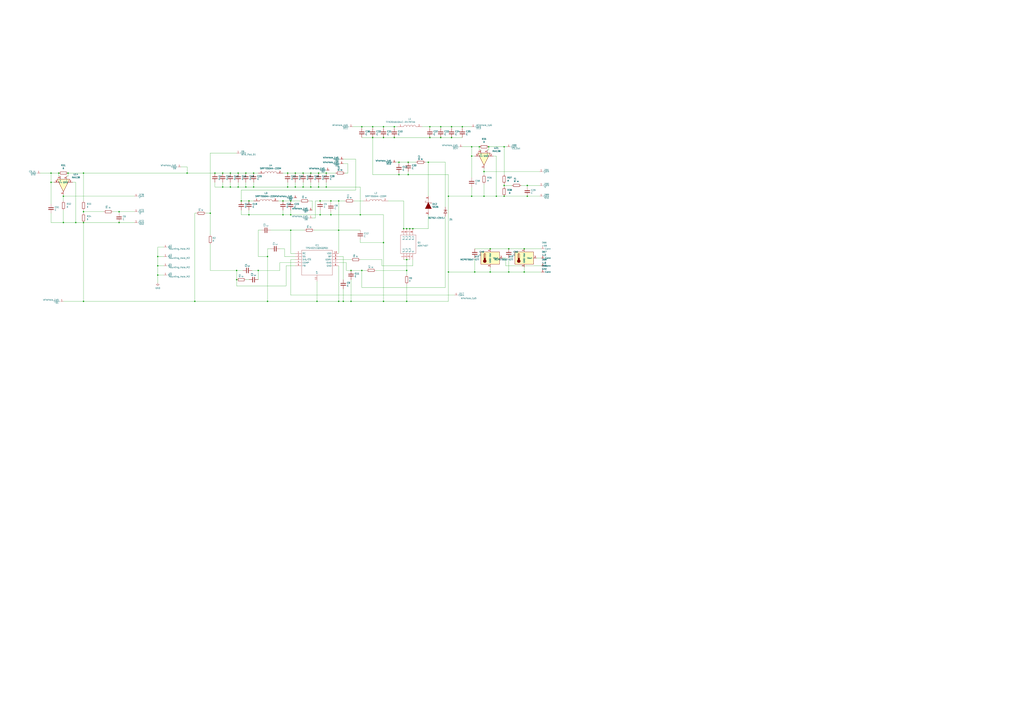
<source format=kicad_sch>
(kicad_sch (version 20230121) (generator eeschema)
  (paper "A1")
  (junction (at 232.41 176.53))
  (junction (at 370.84 104.14))
  (junction (at 278.13 247.65))
  (junction (at 370.84 113.03))
  (junction (at 62.23 182.88))
  (junction (at 204.47 165.1))
  (junction (at 219.71 247.65))
  (junction (at 368.3 223.52))
  (junction (at 295.91 176.53))
  (junction (at 361.95 113.03))
  (junction (at 368.3 161.29))
  (junction (at 129.54 226.06))
  (junction (at 68.58 182.88))
  (junction (at 288.29 247.65))
  (junction (at 414.02 152.4))
  (junction (at 204.47 176.53))
  (junction (at 417.83 204.47))
  (junction (at 387.35 161.29))
  (junction (at 212.09 222.25))
  (junction (at 334.01 213.36))
  (junction (at 314.96 104.14))
  (junction (at 397.51 161.29))
  (junction (at 55.88 142.24))
  (junction (at 353.06 113.03))
  (junction (at 201.93 153.67))
  (junction (at 414.02 161.29))
  (junction (at 48.26 142.24))
  (junction (at 271.78 176.53))
  (junction (at 267.97 142.24))
  (junction (at 262.89 176.53))
  (junction (at 255.27 153.67))
  (junction (at 387.35 120.65))
  (junction (at 278.13 189.23))
  (junction (at 288.29 222.25))
  (junction (at 52.07 161.29))
  (junction (at 248.92 153.67))
  (junction (at 176.53 142.24))
  (junction (at 331.47 187.96))
  (junction (at 361.95 104.14))
  (junction (at 334.01 187.96))
  (junction (at 389.89 223.52))
  (junction (at 430.53 223.52))
  (junction (at 189.23 153.67))
  (junction (at 195.58 153.67))
  (junction (at 339.09 187.96))
  (junction (at 219.71 210.82))
  (junction (at 97.79 173.99))
  (junction (at 271.78 165.1))
  (junction (at 393.7 120.65))
  (junction (at 129.54 218.44))
  (junction (at 379.73 104.14))
  (junction (at 182.88 142.24))
  (junction (at 208.28 153.67))
  (junction (at 336.55 187.96))
  (junction (at 153.67 142.24))
  (junction (at 255.27 142.24))
  (junction (at 407.67 161.29))
  (junction (at 182.88 153.67))
  (junction (at 236.22 153.67))
  (junction (at 306.07 104.14))
  (junction (at 297.18 222.25))
  (junction (at 195.58 142.24))
  (junction (at 261.62 142.24))
  (junction (at 335.28 133.35))
  (junction (at 433.07 152.4))
  (junction (at 327.66 133.35))
  (junction (at 194.31 222.25))
  (junction (at 52.07 182.88))
  (junction (at 402.59 204.47))
  (junction (at 323.85 104.14))
  (junction (at 433.07 161.29))
  (junction (at 201.93 142.24))
  (junction (at 242.57 142.24))
  (junction (at 323.85 113.03))
  (junction (at 314.96 199.39))
  (junction (at 262.89 165.1))
  (junction (at 194.31 229.87))
  (junction (at 314.96 113.03))
  (junction (at 248.92 142.24))
  (junction (at 236.22 142.24))
  (junction (at 261.62 153.67))
  (junction (at 397.51 140.97))
  (junction (at 335.28 143.51))
  (junction (at 238.76 165.1))
  (junction (at 172.72 175.26))
  (junction (at 281.94 247.65))
  (junction (at 401.32 120.65))
  (junction (at 297.18 104.14))
  (junction (at 198.12 165.1))
  (junction (at 414.02 120.65))
  (junction (at 353.06 104.14))
  (junction (at 97.79 182.88))
  (junction (at 41.91 142.24))
  (junction (at 327.66 143.51))
  (junction (at 189.23 142.24))
  (junction (at 68.58 247.65))
  (junction (at 387.35 128.27))
  (junction (at 232.41 165.1))
  (junction (at 238.76 176.53))
  (junction (at 41.91 149.86))
  (junction (at 68.58 142.24))
  (junction (at 351.79 133.35))
  (junction (at 242.57 153.67))
  (junction (at 334.01 222.25))
  (junction (at 417.83 223.52))
  (junction (at 160.02 247.65))
  (junction (at 238.76 189.23))
  (junction (at 314.96 247.65))
  (junction (at 129.54 210.82))
  (junction (at 278.13 165.1))
  (junction (at 402.59 223.52))
  (junction (at 267.97 153.67))
  (junction (at 260.35 247.65))
  (junction (at 306.07 113.03))
  (junction (at 334.01 247.65))
  (junction (at 68.58 173.99))
  (junction (at 208.28 142.24))
  (junction (at 430.53 204.47))
  (wire (pts (xy 314.96 247.65) (xy 288.29 247.65)))
  (wire (pts (xy 194.31 229.87) (xy 194.31 234.95)))
  (wire (pts (xy 68.58 142.24) (xy 153.67 142.24)))
  (wire (pts (xy 308.61 222.25) (xy 334.01 222.25)))
  (wire (pts (xy 433.07 152.4) (xy 433.07 153.67)))
  (wire (pts (xy 334.01 222.25) (xy 334.01 226.06)))
  (wire (pts (xy 222.25 204.47) (xy 219.71 204.47)))
  (wire (pts (xy 41.91 149.86) (xy 41.91 142.24)))
  (wire (pts (xy 387.35 128.27) (xy 387.35 120.65)))
  (wire (pts (xy 68.58 182.88) (xy 97.79 182.88)))
  (wire (pts (xy 271.78 176.53) (xy 295.91 176.53)))
  (wire (pts (xy 414.02 151.13) (xy 414.02 152.4)))
  (wire (pts (xy 281.94 229.87) (xy 281.94 210.82)))
  (wire (pts (xy 236.22 142.24) (xy 242.57 142.24)))
  (wire (pts (xy 208.28 153.67) (xy 236.22 153.67)))
  (wire (pts (xy 41.91 167.64) (xy 41.91 149.86)))
  (wire (pts (xy 393.7 123.19) (xy 393.7 120.65)))
  (wire (pts (xy 331.47 165.1) (xy 331.47 187.96)))
  (wire (pts (xy 129.54 210.82) (xy 134.62 210.82)))
  (wire (pts (xy 318.77 165.1) (xy 331.47 165.1)))
  (wire (pts (xy 208.28 149.86) (xy 208.28 153.67)))
  (wire (pts (xy 260.35 231.14) (xy 260.35 247.65)))
  (wire (pts (xy 284.48 222.25) (xy 288.29 222.25)))
  (wire (pts (xy 334.01 213.36) (xy 336.55 213.36)))
  (wire (pts (xy 297.18 222.25) (xy 297.18 236.22)))
  (wire (pts (xy 285.75 142.24) (xy 283.21 142.24)))
  (wire (pts (xy 261.62 149.86) (xy 261.62 153.67)))
  (wire (pts (xy 288.29 229.87) (xy 288.29 247.65)))
  (wire (pts (xy 233.68 204.47) (xy 233.68 210.82)))
  (wire (pts (xy 292.1 130.81) (xy 281.94 130.81)))
  (wire (pts (xy 427.99 152.4) (xy 433.07 152.4)))
  (wire (pts (xy 68.58 142.24) (xy 68.58 165.1)))
  (wire (pts (xy 351.79 133.35) (xy 351.79 161.29)))
  (wire (pts (xy 397.51 161.29) (xy 407.67 161.29)))
  (wire (pts (xy 129.54 203.2) (xy 134.62 203.2)))
  (wire (pts (xy 222.25 189.23) (xy 238.76 189.23)))
  (wire (pts (xy 281.94 210.82) (xy 278.13 210.82)))
  (wire (pts (xy 433.07 161.29) (xy 443.23 161.29)))
  (wire (pts (xy 255.27 149.86) (xy 255.27 153.67)))
  (wire (pts (xy 198.12 165.1) (xy 204.47 165.1)))
  (wire (pts (xy 306.07 143.51) (xy 327.66 143.51)))
  (wire (pts (xy 292.1 156.21) (xy 198.12 156.21)))
  (wire (pts (xy 242.57 153.67) (xy 248.92 153.67)))
  (wire (pts (xy 255.27 153.67) (xy 261.62 153.67)))
  (wire (pts (xy 232.41 172.72) (xy 232.41 176.53)))
  (wire (pts (xy 176.53 153.67) (xy 182.88 153.67)))
  (wire (pts (xy 397.51 143.51) (xy 397.51 140.97)))
  (wire (pts (xy 129.54 218.44) (xy 134.62 218.44)))
  (wire (pts (xy 306.07 113.03) (xy 306.07 143.51)))
  (wire (pts (xy 314.96 199.39) (xy 314.96 247.65)))
  (wire (pts (xy 288.29 247.65) (xy 281.94 247.65)))
  (wire (pts (xy 172.72 200.66) (xy 172.72 222.25)))
  (wire (pts (xy 97.79 173.99) (xy 97.79 175.26)))
  (wire (pts (xy 52.07 247.65) (xy 68.58 247.65)))
  (wire (pts (xy 373.38 242.57) (xy 238.76 242.57)))
  (wire (pts (xy 262.89 172.72) (xy 262.89 176.53)))
  (wire (pts (xy 397.51 140.97) (xy 443.23 140.97)))
  (wire (pts (xy 295.91 176.53) (xy 314.96 176.53)))
  (wire (pts (xy 262.89 176.53) (xy 271.78 176.53)))
  (wire (pts (xy 314.96 176.53) (xy 314.96 199.39)))
  (wire (pts (xy 387.35 153.67) (xy 387.35 161.29)))
  (wire (pts (xy 189.23 142.24) (xy 195.58 142.24)))
  (wire (pts (xy 281.94 247.65) (xy 278.13 247.65)))
  (wire (pts (xy 233.68 210.82) (xy 242.57 210.82)))
  (wire (pts (xy 242.57 149.86) (xy 242.57 153.67)))
  (wire (pts (xy 397.51 138.43) (xy 397.51 140.97)))
  (wire (pts (xy 238.76 208.28) (xy 242.57 208.28)))
  (wire (pts (xy 339.09 187.96) (xy 336.55 187.96)))
  (wire (pts (xy 402.59 204.47) (xy 417.83 204.47)))
  (wire (pts (xy 387.35 161.29) (xy 397.51 161.29)))
  (wire (pts (xy 250.19 189.23) (xy 238.76 189.23)))
  (wire (pts (xy 297.18 105.41) (xy 297.18 104.14)))
  (wire (pts (xy 195.58 153.67) (xy 201.93 153.67)))
  (wire (pts (xy 334.01 247.65) (xy 314.96 247.65)))
  (wire (pts (xy 430.53 223.52) (xy 444.5 223.52)))
  (wire (pts (xy 68.58 172.72) (xy 68.58 173.99)))
  (wire (pts (xy 219.71 210.82) (xy 219.71 247.65)))
  (wire (pts (xy 228.6 165.1) (xy 232.41 165.1)))
  (wire (pts (xy 176.53 149.86) (xy 176.53 153.67)))
  (wire (pts (xy 52.07 161.29) (xy 110.49 161.29)))
  (wire (pts (xy 198.12 176.53) (xy 204.47 176.53)))
  (wire (pts (xy 349.25 133.35) (xy 351.79 133.35)))
  (wire (pts (xy 314.96 104.14) (xy 323.85 104.14)))
  (wire (pts (xy 129.54 210.82) (xy 129.54 218.44)))
  (wire (pts (xy 153.67 142.24) (xy 176.53 142.24)))
  (wire (pts (xy 379.73 104.14) (xy 387.35 104.14)))
  (wire (pts (xy 129.54 226.06) (xy 134.62 226.06)))
  (wire (pts (xy 351.79 133.35) (xy 365.76 133.35)))
  (wire (pts (xy 238.76 213.36) (xy 242.57 213.36)))
  (wire (pts (xy 49.53 144.78) (xy 48.26 144.78)))
  (wire (pts (xy 97.79 182.88) (xy 110.49 182.88)))
  (wire (pts (xy 52.07 160.02) (xy 52.07 161.29)))
  (wire (pts (xy 92.71 173.99) (xy 97.79 173.99)))
  (wire (pts (xy 313.69 218.44) (xy 313.69 213.36)))
  (wire (pts (xy 129.54 218.44) (xy 129.54 226.06)))
  (wire (pts (xy 281.94 237.49) (xy 281.94 247.65)))
  (wire (pts (xy 353.06 104.14) (xy 353.06 105.41)))
  (wire (pts (xy 370.84 113.03) (xy 361.95 113.03)))
  (wire (pts (xy 254 165.1) (xy 256.54 165.1)))
  (wire (pts (xy 387.35 146.05) (xy 387.35 128.27)))
  (wire (pts (xy 242.57 142.24) (xy 248.92 142.24)))
  (wire (pts (xy 389.89 204.47) (xy 402.59 204.47)))
  (wire (pts (xy 195.58 142.24) (xy 201.93 142.24)))
  (wire (pts (xy 129.54 226.06) (xy 129.54 232.41)))
  (wire (pts (xy 238.76 242.57) (xy 238.76 213.36)))
  (wire (pts (xy 97.79 173.99) (xy 110.49 173.99)))
  (wire (pts (xy 194.31 222.25) (xy 194.31 229.87)))
  (wire (pts (xy 160.02 175.26) (xy 160.02 247.65)))
  (wire (pts (xy 314.96 113.03) (xy 306.07 113.03)))
  (wire (pts (xy 229.87 222.25) (xy 212.09 222.25)))
  (wire (pts (xy 365.76 133.35) (xy 365.76 170.18)))
  (wire (pts (xy 285.75 134.62) (xy 285.75 142.24)))
  (wire (pts (xy 172.72 125.73) (xy 172.72 175.26)))
  (wire (pts (xy 242.57 215.9) (xy 229.87 215.9)))
  (wire (pts (xy 168.91 175.26) (xy 172.72 175.26)))
  (wire (pts (xy 327.66 133.35) (xy 335.28 133.35)))
  (wire (pts (xy 41.91 175.26) (xy 41.91 182.88)))
  (wire (pts (xy 368.3 161.29) (xy 387.35 161.29)))
  (wire (pts (xy 204.47 165.1) (xy 208.28 165.1)))
  (wire (pts (xy 339.09 213.36) (xy 339.09 218.44)))
  (wire (pts (xy 300.99 222.25) (xy 297.18 222.25)))
  (wire (pts (xy 394.97 123.19) (xy 393.7 123.19)))
  (wire (pts (xy 229.87 204.47) (xy 233.68 204.47)))
  (wire (pts (xy 182.88 149.86) (xy 182.88 153.67)))
  (wire (pts (xy 295.91 199.39) (xy 314.96 199.39)))
  (wire (pts (xy 278.13 213.36) (xy 288.29 213.36)))
  (wire (pts (xy 361.95 105.41) (xy 361.95 104.14)))
  (wire (pts (xy 52.07 172.72) (xy 52.07 182.88)))
  (wire (pts (xy 400.05 123.19) (xy 401.32 123.19)))
  (wire (pts (xy 260.35 247.65) (xy 219.71 247.65)))
  (wire (pts (xy 68.58 173.99) (xy 85.09 173.99)))
  (wire (pts (xy 401.32 120.65) (xy 414.02 120.65)))
  (wire (pts (xy 41.91 142.24) (xy 48.26 142.24)))
  (wire (pts (xy 284.48 215.9) (xy 284.48 222.25)))
  (wire (pts (xy 256.54 179.07) (xy 259.08 179.07)))
  (wire (pts (xy 62.23 182.88) (xy 68.58 182.88)))
  (wire (pts (xy 368.3 161.29) (xy 368.3 223.52)))
  (wire (pts (xy 55.88 142.24) (xy 68.58 142.24)))
  (wire (pts (xy 440.69 212.09) (xy 444.5 212.09)))
  (wire (pts (xy 204.47 172.72) (xy 204.47 176.53)))
  (wire (pts (xy 414.02 161.29) (xy 433.07 161.29)))
  (wire (pts (xy 195.58 149.86) (xy 195.58 153.67)))
  (wire (pts (xy 401.32 123.19) (xy 401.32 120.65)))
  (wire (pts (xy 306.07 104.14) (xy 314.96 104.14)))
  (wire (pts (xy 297.18 104.14) (xy 306.07 104.14)))
  (wire (pts (xy 281.94 134.62) (xy 285.75 134.62)))
  (wire (pts (xy 129.54 203.2) (xy 129.54 210.82)))
  (wire (pts (xy 194.31 125.73) (xy 172.72 125.73)))
  (wire (pts (xy 334.01 233.68) (xy 334.01 247.65)))
  (wire (pts (xy 257.81 189.23) (xy 278.13 189.23)))
  (wire (pts (xy 278.13 165.1) (xy 283.21 165.1)))
  (wire (pts (xy 232.41 165.1) (xy 238.76 165.1)))
  (wire (pts (xy 379.73 120.65) (xy 387.35 120.65)))
  (wire (pts (xy 335.28 143.51) (xy 368.3 143.51)))
  (wire (pts (xy 407.67 128.27) (xy 407.67 161.29)))
  (wire (pts (xy 407.67 161.29) (xy 414.02 161.29)))
  (wire (pts (xy 259.08 179.07) (xy 259.08 165.1)))
  (wire (pts (xy 414.02 120.65) (xy 416.56 120.65)))
  (wire (pts (xy 379.73 113.03) (xy 370.84 113.03)))
  (wire (pts (xy 368.3 223.52) (xy 389.89 223.52)))
  (wire (pts (xy 52.07 182.88) (xy 62.23 182.88)))
  (wire (pts (xy 214.63 189.23) (xy 212.09 189.23)))
  (wire (pts (xy 198.12 172.72) (xy 198.12 176.53)))
  (wire (pts (xy 278.13 218.44) (xy 278.13 247.65)))
  (wire (pts (xy 261.62 142.24) (xy 267.97 142.24)))
  (wire (pts (xy 201.93 149.86) (xy 201.93 153.67)))
  (wire (pts (xy 41.91 182.88) (xy 52.07 182.88)))
  (wire (pts (xy 248.92 153.67) (xy 255.27 153.67)))
  (wire (pts (xy 255.27 142.24) (xy 261.62 142.24)))
  (wire (pts (xy 278.13 247.65) (xy 260.35 247.65)))
  (wire (pts (xy 68.58 173.99) (xy 68.58 175.26)))
  (wire (pts (xy 68.58 182.88) (xy 68.58 247.65)))
  (wire (pts (xy 290.83 165.1) (xy 298.45 165.1)))
  (wire (pts (xy 402.59 219.71) (xy 402.59 223.52)))
  (wire (pts (xy 334.01 213.36) (xy 334.01 222.25)))
  (wire (pts (xy 33.02 142.24) (xy 41.91 142.24)))
  (wire (pts (xy 236.22 149.86) (xy 236.22 153.67)))
  (wire (pts (xy 234.95 234.95) (xy 234.95 218.44)))
  (wire (pts (xy 176.53 142.24) (xy 182.88 142.24)))
  (wire (pts (xy 232.41 142.24) (xy 236.22 142.24)))
  (wire (pts (xy 153.67 137.16) (xy 153.67 142.24)))
  (wire (pts (xy 54.61 144.78) (xy 55.88 144.78)))
  (wire (pts (xy 389.89 223.52) (xy 402.59 223.52)))
  (wire (pts (xy 370.84 104.14) (xy 379.73 104.14)))
  (wire (pts (xy 259.08 165.1) (xy 262.89 165.1)))
  (wire (pts (xy 368.3 223.52) (xy 368.3 247.65)))
  (wire (pts (xy 335.28 133.35) (xy 341.63 133.35)))
  (wire (pts (xy 198.12 156.21) (xy 198.12 165.1)))
  (wire (pts (xy 204.47 229.87) (xy 201.93 229.87)))
  (wire (pts (xy 189.23 153.67) (xy 195.58 153.67)))
  (wire (pts (xy 212.09 229.87) (xy 212.09 222.25)))
  (wire (pts (xy 417.83 223.52) (xy 430.53 223.52)))
  (wire (pts (xy 323.85 113.03) (xy 353.06 113.03)))
  (wire (pts (xy 412.75 212.09) (xy 415.29 212.09)))
  (wire (pts (xy 182.88 142.24) (xy 189.23 142.24)))
  (wire (pts (xy 323.85 113.03) (xy 314.96 113.03)))
  (wire (pts (xy 267.97 142.24) (xy 275.59 142.24)))
  (wire (pts (xy 256.54 165.1) (xy 256.54 172.72)))
  (wire (pts (xy 415.29 218.44) (xy 444.5 218.44)))
  (wire (pts (xy 278.13 215.9) (xy 284.48 215.9)))
  (wire (pts (xy 430.53 219.71) (xy 430.53 223.52)))
  (wire (pts (xy 351.79 187.96) (xy 339.09 187.96)))
  (wire (pts (xy 351.79 176.53) (xy 351.79 187.96)))
  (wire (pts (xy 313.69 213.36) (xy 295.91 213.36)))
  (wire (pts (xy 414.02 152.4) (xy 420.37 152.4)))
  (wire (pts (xy 172.72 222.25) (xy 194.31 222.25)))
  (wire (pts (xy 327.66 143.51) (xy 335.28 143.51)))
  (wire (pts (xy 397.51 151.13) (xy 397.51 161.29)))
  (wire (pts (xy 229.87 215.9) (xy 229.87 222.25)))
  (wire (pts (xy 415.29 212.09) (xy 415.29 218.44)))
  (wire (pts (xy 278.13 165.1) (xy 278.13 189.23)))
  (wire (pts (xy 204.47 176.53) (xy 232.41 176.53)))
  (wire (pts (xy 368.3 247.65) (xy 334.01 247.65)))
  (wire (pts (xy 238.76 189.23) (xy 238.76 208.28)))
  (wire (pts (xy 339.09 218.44) (xy 313.69 218.44)))
  (wire (pts (xy 41.91 149.86) (xy 44.45 149.86)))
  (wire (pts (xy 262.89 165.1) (xy 271.78 165.1)))
  (wire (pts (xy 212.09 189.23) (xy 212.09 210.82)))
  (wire (pts (xy 368.3 143.51) (xy 368.3 161.29)))
  (wire (pts (xy 417.83 204.47) (xy 430.53 204.47)))
  (wire (pts (xy 289.56 104.14) (xy 297.18 104.14)))
  (wire (pts (xy 234.95 218.44) (xy 242.57 218.44)))
  (wire (pts (xy 323.85 104.14) (xy 323.85 105.41)))
  (wire (pts (xy 48.26 144.78) (xy 48.26 142.24)))
  (wire (pts (xy 219.71 204.47) (xy 219.71 210.82)))
  (wire (pts (xy 212.09 222.25) (xy 207.01 222.25)))
  (wire (pts (xy 182.88 153.67) (xy 189.23 153.67)))
  (wire (pts (xy 353.06 104.14) (xy 361.95 104.14)))
  (wire (pts (xy 314.96 104.14) (xy 314.96 105.41)))
  (wire (pts (xy 295.91 196.85) (xy 295.91 199.39)))
  (wire (pts (xy 331.47 187.96) (xy 334.01 187.96)))
  (wire (pts (xy 62.23 149.86) (xy 62.23 182.88)))
  (wire (pts (xy 271.78 165.1) (xy 271.78 166.37)))
  (wire (pts (xy 389.89 212.09) (xy 389.89 223.52)))
  (wire (pts (xy 414.02 152.4) (xy 414.02 153.67)))
  (wire (pts (xy 271.78 165.1) (xy 278.13 165.1)))
  (wire (pts (xy 267.97 153.67) (xy 295.91 153.67)))
  (wire (pts (xy 189.23 149.86) (xy 189.23 153.67)))
  (wire (pts (xy 271.78 173.99) (xy 271.78 176.53)))
  (wire (pts (xy 417.83 212.09) (xy 417.83 223.52)))
  (wire (pts (xy 295.91 153.67) (xy 295.91 176.53)))
  (wire (pts (xy 353.06 113.03) (xy 361.95 113.03)))
  (wire (pts (xy 414.02 120.65) (xy 414.02 143.51)))
  (wire (pts (xy 238.76 176.53) (xy 262.89 176.53)))
  (wire (pts (xy 370.84 105.41) (xy 370.84 104.14)))
  (wire (pts (xy 55.88 144.78) (xy 55.88 142.24)))
  (wire (pts (xy 325.12 133.35) (xy 327.66 133.35)))
  (wire (pts (xy 59.69 149.86) (xy 62.23 149.86)))
  (wire (pts (xy 161.29 175.26) (xy 160.02 175.26)))
  (wire (pts (xy 327.66 134.62) (xy 327.66 133.35)))
  (wire (pts (xy 52.07 165.1) (xy 52.07 161.29)))
  (wire (pts (xy 346.71 104.14) (xy 353.06 104.14)))
  (wire (pts (xy 430.53 204.47) (xy 444.5 204.47)))
  (wire (pts (xy 335.28 140.97) (xy 335.28 143.51)))
  (wire (pts (xy 68.58 247.65) (xy 160.02 247.65)))
  (wire (pts (xy 297.18 113.03) (xy 306.07 113.03)))
  (wire (pts (xy 297.18 236.22) (xy 365.76 236.22)))
  (wire (pts (xy 327.66 142.24) (xy 327.66 143.51)))
  (wire (pts (xy 361.95 104.14) (xy 370.84 104.14)))
  (wire (pts (xy 201.93 153.67) (xy 208.28 153.67)))
  (wire (pts (xy 402.59 223.52) (xy 417.83 223.52)))
  (wire (pts (xy 232.41 176.53) (xy 238.76 176.53)))
  (wire (pts (xy 323.85 104.14) (xy 326.39 104.14)))
  (wire (pts (xy 387.35 120.65) (xy 393.7 120.65)))
  (wire (pts (xy 248.92 142.24) (xy 255.27 142.24)))
  (wire (pts (xy 201.93 142.24) (xy 208.28 142.24)))
  (wire (pts (xy 365.76 177.8) (xy 365.76 236.22)))
  (wire (pts (xy 248.92 149.86) (xy 248.92 153.67)))
  (wire (pts (xy 297.18 222.25) (xy 288.29 222.25)))
  (wire (pts (xy 148.59 137.16) (xy 153.67 137.16)))
  (wire (pts (xy 334.01 187.96) (xy 336.55 187.96)))
  (wire (pts (xy 172.72 175.26) (xy 172.72 193.04)))
  (wire (pts (xy 238.76 165.1) (xy 246.38 165.1)))
  (wire (pts (xy 160.02 247.65) (xy 219.71 247.65)))
  (wire (pts (xy 194.31 234.95) (xy 234.95 234.95)))
  (wire (pts (xy 199.39 222.25) (xy 194.31 222.25)))
  (wire (pts (xy 261.62 153.67) (xy 267.97 153.67)))
  (wire (pts (xy 292.1 130.81) (xy 292.1 156.21)))
  (wire (pts (xy 405.13 128.27) (xy 407.67 128.27)))
  (wire (pts (xy 278.13 208.28) (xy 278.13 189.23)))
  (wire (pts (xy 331.47 213.36) (xy 334.01 213.36)))
  (wire (pts (xy 387.35 128.27) (xy 389.89 128.27)))
  (wire (pts (xy 267.97 149.86) (xy 267.97 153.67)))
  (wire (pts (xy 433.07 152.4) (xy 443.23 152.4)))
  (wire (pts (xy 306.07 105.41) (xy 306.07 104.14)))
  (wire (pts (xy 379.73 105.41) (xy 379.73 104.14)))
  (wire (pts (xy 278.13 189.23) (xy 295.91 189.23)))
  (wire (pts (xy 212.09 210.82) (xy 219.71 210.82)))
  (wire (pts (xy 238.76 172.72) (xy 238.76 176.53)))
  (wire (pts (xy 208.28 142.24) (xy 212.09 142.24)))
  (wire (pts (xy 236.22 153.67) (xy 242.57 153.67)))
  (symbol (lib_id "Main_PCB_001-rescue:TPS40211QDGQRQ1-TPS40211QDGQRQ1") (at 242.57 208.28 0) (unit 1)
    (property "Reference" "IC1" (at 260.35 201.549 0))
    (property "Value" "TPS40211QDGQRQ1" (at 260.35 203.8604 0))
    (property "Footprint" "libraries:SOP50P490X110-11N" (effects hide))
    (property "Datasheet" "http://www.ti.com/lit/gpn/tps40211-q1" (effects hide))
    (property "Description" "4.5V to 52V Wide Input range current mode boost controller with 260 mV reference voltage" (effects hide))
    (property "Height" "1.1" (effects hide))
    (property "Manufacturer_Name" "Texas Instruments" (effects hide))
    (property "Manufacturer_Part_Number" "TPS40211QDGQRQ1" (effects hide))
    (property "Mouser Part Number" "595-TPS40211QDGQRQ1" (effects hide))
    (property "Mouser Price/Stock" "https://www.mouser.co.uk/ProductDetail/Texas-Instruments/TPS40211QDGQRQ1?qs=XGzIaZb%2FFYKjJ5OLwHPUhQ%3D%3D" (effects hide))
    (property "Arrow Part Number" "TPS40211QDGQRQ1" (effects hide))
    (property "Arrow Price/Stock" "https://www.arrow.com/en/products/tps40211qdgqrq1/texas-instruments?region=nac" (effects hide))
  )
  (symbol (lib_id "Device:R") (at 172.72 196.85 0) (unit 1)
    (property "Reference" "R2" (at 174.498 195.6816 0) (effects (justify left)))
    (property "Value" "R" (at 174.498 197.993 0) (effects (justify left)))
    (property "Footprint" "Resistor_SMD:R_0805_2012Metric_Pad1.20x1.40mm_HandSolder" (effects hide))
  )
  (symbol (lib_id "Device:R") (at 165.1 175.26 90) (unit 1)
    (property "Reference" "R1" (at 163.9316 173.482 0) (effects (justify left)))
    (property "Value" "R" (at 166.243 173.482 0) (effects (justify left)))
    (property "Footprint" "Resistor_SMD:R_0805_2012Metric_Pad1.20x1.40mm_HandSolder" (effects hide))
  )
  (symbol (lib_id "Device:R") (at 292.1 213.36 90) (unit 1)
    (property "Reference" "R6" (at 290.9316 211.582 0) (effects (justify left)))
    (property "Value" "R" (at 293.243 211.582 0) (effects (justify left)))
    (property "Footprint" "Resistor_SMD:R_0805_2012Metric_Pad1.20x1.40mm_HandSolder" (effects hide))
  )
  (symbol (lib_id "Device:R") (at 304.8 222.25 90) (unit 1)
    (property "Reference" "R7" (at 303.6316 220.472 0) (effects (justify left)))
    (property "Value" "R" (at 305.943 220.472 0) (effects (justify left)))
    (property "Footprint" "Resistor_SMD:R_0805_2012Metric_Pad1.20x1.40mm_HandSolder" (effects hide))
  )
  (symbol (lib_id "Device:R") (at 254 189.23 90) (unit 1)
    (property "Reference" "R4" (at 252.8316 187.452 0) (effects (justify left)))
    (property "Value" "R" (at 255.143 187.452 0) (effects (justify left)))
    (property "Footprint" "Resistor_SMD:R_0805_2012Metric_Pad1.20x1.40mm_HandSolder" (effects hide))
  )
  (symbol (lib_id "Device:R") (at 334.01 229.87 0) (unit 1)
    (property "Reference" "R8" (at 335.788 228.7016 0) (effects (justify left)))
    (property "Value" "R" (at 335.788 231.013 0) (effects (justify left)))
    (property "Footprint" "Resistor_SMD:R_0805_2012Metric_Pad1.20x1.40mm_HandSolder" (effects hide))
  )
  (symbol (lib_id "Device:C") (at 208.28 229.87 90) (unit 1)
    (property "Reference" "C2" (at 207.1116 226.949 0) (effects (justify left)))
    (property "Value" "C" (at 209.423 226.949 0) (effects (justify left)))
    (property "Footprint" "Capacitor_SMD:C_0805_2012Metric_Pad1.18x1.45mm_HandSolder" (effects hide))
  )
  (symbol (lib_id "Device:R") (at 198.12 229.87 90) (unit 1)
    (property "Reference" "R3" (at 196.9516 228.092 0) (effects (justify left)))
    (property "Value" "R" (at 199.263 228.092 0) (effects (justify left)))
    (property "Footprint" "Resistor_SMD:R_0805_2012Metric_Pad1.20x1.40mm_HandSolder" (effects hide))
  )
  (symbol (lib_id "Device:C") (at 218.44 189.23 90) (unit 1)
    (property "Reference" "C3" (at 217.2716 186.309 0) (effects (justify left)))
    (property "Value" "C" (at 219.583 186.309 0) (effects (justify left)))
    (property "Footprint" "Capacitor_SMD:C_0805_2012Metric_Pad1.18x1.45mm_HandSolder" (effects hide))
  )
  (symbol (lib_id "Device:C") (at 295.91 193.04 0) (unit 1)
    (property "Reference" "C12" (at 298.831 191.8716 0) (effects (justify left)))
    (property "Value" "C" (at 298.831 194.183 0) (effects (justify left)))
    (property "Footprint" "Capacitor_SMD:C_0603_1608Metric_Pad1.08x0.95mm_HandSolder" (effects hide))
  )
  (symbol (lib_id "Device:C") (at 203.2 222.25 90) (unit 1)
    (property "Reference" "C1" (at 202.0316 219.329 0) (effects (justify left)))
    (property "Value" "C" (at 204.343 219.329 0) (effects (justify left)))
    (property "Footprint" "Capacitor_SMD:C_0805_2012Metric_Pad1.18x1.45mm_HandSolder" (effects hide))
  )
  (symbol (lib_id "Device:C") (at 226.06 204.47 90) (unit 1)
    (property "Reference" "C4" (at 224.8916 201.549 0) (effects (justify left)))
    (property "Value" "C" (at 227.203 201.549 0) (effects (justify left)))
    (property "Footprint" "Capacitor_SMD:C_0805_2012Metric_Pad1.18x1.45mm_HandSolder" (effects hide))
  )
  (symbol (lib_id "Device:C") (at 288.29 226.06 0) (unit 1)
    (property "Reference" "C11" (at 291.211 224.8916 0) (effects (justify left)))
    (property "Value" "C" (at 291.211 227.203 0) (effects (justify left)))
    (property "Footprint" "Capacitor_SMD:C_0805_2012Metric_Pad1.18x1.45mm_HandSolder" (effects hide))
  )
  (symbol (lib_id "SS36:SS36") (at 351.79 158.75 270) (unit 1)
    (property "Reference" "D12" (at 355.092 167.7416 90) (effects (justify left)))
    (property "Value" "SS36" (at 355.092 170.053 90) (effects (justify left)))
    (property "Footprint" "libraries:SODFL4626X120N" (effects hide))
    (property "Datasheet" "https://docs.rs-online.com/a290/0900766b8002669b.pdf" (effects hide))
    (property "Description" "Rectifier Diode, Schottky, 60 Volt, DO-214AB / SMC" (effects hide))
    (property "Height" "2.62" (effects hide))
    (property "Manufacturer_Name" "Vishay" (effects hide))
    (property "Manufacturer_Part_Number" "SS36" (effects hide))
  )
  (symbol (lib_id "Diode:MM3Zxx") (at 365.76 173.99 270) (unit 1)
    (property "Reference" "Z1" (at 369.062 180.4416 90) (effects (justify left)))
    (property "Value" "BZT52-C5V1J" (at 351.79 179.07 90) (effects (justify left)))
    (property "Footprint" "Diode_SMD:D_SOD-323F" (effects hide))
    (property "Datasheet" "https://diotec.com/tl_files/diotec/files/pdf/datasheets/mm3z2v4.pdf" (effects hide))
    (property "Description" "Zener Diodes BZT52-C5V1/SOD123 SOD2" (effects hide))
    (property "Height" "1.3" (effects hide))
    (property "Manufacturer_Name" "Nexperia" (effects hide))
    (property "Manufacturer_Part_Number" "BZT52-C5V1J" (effects hide))
    (property "Mouser Part Number" "N/A" (effects hide))
    (property "Mouser Price/Stock" "https://www.mouser.com/Search/Refine.aspx?Keyword=N%2FA" (effects hide))
    (property "Arrow Part Number" "BZT52-C5V1J" (effects hide))
    (property "Arrow Price/Stock" "https://www.arrow.com/en/products/bzt52-c5v1j/nexperia" (effects hide))
  )
  (symbol (lib_id "SRP7050AA-220M:SRP7050AA-220M") (at 298.45 165.1 0) (unit 1)
    (property "Reference" "L2" (at 308.61 158.75 0))
    (property "Value" "SRP7050AA-220M" (at 308.61 161.29 0))
    (property "Footprint" "libraries:INDPM5752X300N" (effects hide))
    (property "Datasheet" "https://www.bourns.com/docs/Product-Datasheets/SRP7050AA.pdf" (effects hide))
    (property "Description" "Shielded Power Inductor 22uH" (effects hide))
    (property "Height" "5" (effects hide))
    (property "Manufacturer_Name" "Bourns" (effects hide))
    (property "Manufacturer_Part_Number" "SRP7050AA-220M" (effects hide))
    (property "Mouser Part Number" "652-SRP7050AA-220M" (effects hide))
    (property "Mouser Price/Stock" "https://www.mouser.co.uk/ProductDetail/Bourns/SRP7050AA-220M?qs=CiayqK2gdcLzSCtuPAylpQ%3D%3D" (effects hide))
  )
  (symbol (lib_id "Device:C") (at 176.53 146.05 0) (unit 1)
    (property "Reference" "C7" (at 179.451 144.8816 0) (effects (justify left)))
    (property "Value" "C" (at 179.451 147.193 0) (effects (justify left)))
    (property "Footprint" "Capacitor_SMD:C_0603_1608Metric_Pad1.08x0.95mm_HandSolder" (effects hide))
  )
  (symbol (lib_id "Device:C") (at 323.85 109.22 0) (unit 1)
    (property "Reference" "C10" (at 326.771 108.0516 0) (effects (justify left)))
    (property "Value" "C" (at 326.771 110.363 0) (effects (justify left)))
    (property "Footprint" "Capacitor_SMD:C_0805_2012Metric_Pad1.18x1.45mm_HandSolder" (effects hide))
  )
  (symbol (lib_id "Connectors_for_Wire:WireHole_1p5") (at 52.07 247.65 180) (unit 1)
    (property "Reference" "D1" (at 48.26 248.9201 0) (effects (justify left)))
    (property "Value" "WireHole_1p5" (at 48.26 246.3801 0) (effects (justify left)))
    (property "Footprint" "libraries:WireHole_1p2" (effects hide))
  )
  (symbol (lib_id "Device:C") (at 248.92 146.05 0) (unit 1)
    (property "Reference" "C25" (at 251.841 144.8816 0) (effects (justify left)))
    (property "Value" "C" (at 251.841 147.193 0) (effects (justify left)))
    (property "Footprint" "Capacitor_SMD:C_0805_2012Metric_Pad1.18x1.45mm_HandSolder" (effects hide))
  )
  (symbol (lib_id "Device:C") (at 182.88 146.05 0) (unit 1)
    (property "Reference" "C14" (at 185.801 144.8816 0) (effects (justify left)))
    (property "Value" "C" (at 185.801 147.193 0) (effects (justify left)))
    (property "Footprint" "Capacitor_SMD:C_0805_2012Metric_Pad1.18x1.45mm_HandSolder" (effects hide))
  )
  (symbol (lib_id "Connectors_for_Wire:WireHole_1p5") (at 387.35 104.14 0) (mirror x) (unit 1)
    (property "Reference" "D13" (at 391.16 105.4101 0) (effects (justify left)))
    (property "Value" "WireHole_1p5" (at 391.16 102.8701 0) (effects (justify left)))
    (property "Footprint" "libraries:WireHole_1p2" (effects hide))
  )
  (symbol (lib_id "Connectors_for_Wire:WireHole_1p5") (at 444.5 204.47 0) (mirror x) (unit 1)
    (property "Reference" "D66" (at 447.04 199.39 0))
    (property "Value" "+5B" (at 447.04 201.93 0))
    (property "Footprint" "libraries:WireHole_1p2" (effects hide))
  )
  (symbol (lib_id "Device:C") (at 353.06 109.22 0) (unit 1)
    (property "Reference" "C37" (at 355.981 108.0516 0) (effects (justify left)))
    (property "Value" "C" (at 355.981 110.363 0) (effects (justify left)))
    (property "Footprint" "Capacitor_SMD:C_0805_2012Metric_Pad1.18x1.45mm_HandSolder" (effects hide))
  )
  (symbol (lib_id "Device:C") (at 204.47 168.91 0) (unit 1)
    (property "Reference" "C19" (at 207.391 167.7416 0) (effects (justify left)))
    (property "Value" "C" (at 207.391 170.053 0) (effects (justify left)))
    (property "Footprint" "Capacitor_SMD:C_0805_2012Metric_Pad1.18x1.45mm_HandSolder" (effects hide))
  )
  (symbol (lib_id "Connectors_for_Wire:Wire_Pad_01") (at 443.23 161.29 0) (unit 1)
    (property "Reference" "D89" (at 447.04 160.0199 0) (effects (justify left)))
    (property "Value" "Gnd" (at 447.04 162.5599 0) (effects (justify left)))
    (property "Footprint" "Flat_Wires_Pads:Wire_Hole_1mm" (effects hide))
  )
  (symbol (lib_id "Mounting_Holes:Mounting_Hole_M2") (at 137.16 210.82 0) (unit 1)
    (property "Reference" "U3" (at 138.43 209.5499 0) (effects (justify left)))
    (property "Value" "Mounting_Hole_M2" (at 138.43 212.0899 0) (effects (justify left)))
    (property "Footprint" "Mounting_Wuerth:Mounting_Wuerth_WA-SMST-2.7mm_H1mm_9774010951" (effects hide))
  )
  (symbol (lib_id "Device:C") (at 255.27 146.05 0) (unit 1)
    (property "Reference" "C26" (at 258.191 144.8816 0) (effects (justify left)))
    (property "Value" "C" (at 258.191 147.193 0) (effects (justify left)))
    (property "Footprint" "Capacitor_SMD:C_0805_2012Metric_Pad1.18x1.45mm_HandSolder" (effects hide))
  )
  (symbol (lib_id "Device:R") (at 397.51 147.32 180) (unit 1)
    (property "Reference" "R36" (at 400.05 146.0499 0) (effects (justify right)))
    (property "Value" "R" (at 400.05 148.5899 0) (effects (justify right)))
    (property "Footprint" "Resistor_SMD:R_0805_2012Metric_Pad1.20x1.40mm_HandSolder" (effects hide))
  )
  (symbol (lib_id "Device:C") (at 232.41 168.91 0) (unit 1)
    (property "Reference" "C21" (at 235.331 167.7416 0) (effects (justify left)))
    (property "Value" "C" (at 235.331 170.053 0) (effects (justify left)))
    (property "Footprint" "Capacitor_SMD:C_0805_2012Metric_Pad1.18x1.45mm_HandSolder" (effects hide))
  )
  (symbol (lib_id "Sensor_Temperature:MCP9700AT-ETT") (at 402.59 212.09 0) (unit 1)
    (property "Reference" "U12" (at 393.7 210.8199 0) (effects (justify right)))
    (property "Value" "MCP9700AT-ETT" (at 393.7 213.3599 0) (effects (justify right)))
    (property "Footprint" "Package_TO_SOT_SMD:SOT-23" (effects hide))
    (property "Datasheet" "http://ww1.microchip.com/downloads/en/DeviceDoc/21942e.pdf" (effects hide))
  )
  (symbol (lib_id "Connectors_for_Wire:WireHole_1p5") (at 289.56 104.14 180) (unit 1)
    (property "Reference" "D11" (at 285.75 105.4101 0) (effects (justify left)))
    (property "Value" "WireHole_1p5" (at 285.75 102.8701 0) (effects (justify left)))
    (property "Footprint" "libraries:WireHole_1p2" (effects hide))
  )
  (symbol (lib_id "Device:C") (at 201.93 146.05 0) (unit 1)
    (property "Reference" "C18" (at 204.851 144.8816 0) (effects (justify left)))
    (property "Value" "C" (at 204.851 147.193 0) (effects (justify left)))
    (property "Footprint" "Capacitor_SMD:C_0805_2012Metric_Pad1.18x1.45mm_HandSolder" (effects hide))
  )
  (symbol (lib_id "Device:C") (at 314.96 109.22 0) (unit 1)
    (property "Reference" "C31" (at 317.881 108.0516 0) (effects (justify left)))
    (property "Value" "C" (at 317.881 110.363 0) (effects (justify left)))
    (property "Footprint" "Capacitor_SMD:C_0805_2012Metric_Pad1.18x1.45mm_HandSolder" (effects hide))
  )
  (symbol (lib_id "Amplifier_Current:INA138") (at 52.07 152.4 90) (mirror x) (unit 1)
    (property "Reference" "U14" (at 62.23 143.2812 90))
    (property "Value" "INA138" (at 62.23 145.8212 90))
    (property "Footprint" "Package_TO_SOT_SMD:SOT-23-5" (effects hide))
    (property "Datasheet" "http://www.ti.com/lit/ds/symlink/ina138.pdf" (effects hide))
  )
  (symbol (lib_id "Connectors_for_Wire:Wire_Pad_01") (at 443.23 140.97 0) (unit 1)
    (property "Reference" "D91" (at 447.04 139.6999 0) (effects (justify left)))
    (property "Value" "I" (at 447.04 142.2399 0) (effects (justify left)))
    (property "Footprint" "Flat_Wires_Pads:Wire_Hole_1mm" (effects hide))
  )
  (symbol (lib_id "Connectors_for_Wire:Wire_Pad_01") (at 110.49 161.29 0) (unit 1)
    (property "Reference" "D78" (at 114.3 160.0199 0) (effects (justify left)))
    (property "Value" "I" (at 114.3 162.5599 0) (effects (justify left)))
    (property "Footprint" "Flat_Wires_Pads:Wire_Hole_1mm" (effects hide))
  )
  (symbol (lib_id "Device:C") (at 379.73 109.22 0) (unit 1)
    (property "Reference" "C35" (at 382.651 108.0516 0) (effects (justify left)))
    (property "Value" "C" (at 382.651 110.363 0) (effects (justify left)))
    (property "Footprint" "Capacitor_SMD:C_0805_2012Metric_Pad1.18x1.45mm_HandSolder" (effects hide))
  )
  (symbol (lib_id "Device:C") (at 361.95 109.22 0) (unit 1)
    (property "Reference" "C33" (at 364.871 108.0516 0) (effects (justify left)))
    (property "Value" "C" (at 364.871 110.363 0) (effects (justify left)))
    (property "Footprint" "Capacitor_SMD:C_0805_2012Metric_Pad1.18x1.45mm_HandSolder" (effects hide))
  )
  (symbol (lib_id "Connectors_for_Wire:WireHole_1p5") (at 444.5 218.44 0) (mirror x) (unit 1)
    (property "Reference" "D68" (at 447.04 213.36 0))
    (property "Value" "t_Q" (at 447.04 215.9 0))
    (property "Footprint" "libraries:WireHole_1p2" (effects hide))
  )
  (symbol (lib_id "Device:C") (at 261.62 146.05 0) (unit 1)
    (property "Reference" "C27" (at 264.541 144.8816 0) (effects (justify left)))
    (property "Value" "C" (at 264.541 147.193 0) (effects (justify left)))
    (property "Footprint" "Capacitor_SMD:C_0805_2012Metric_Pad1.18x1.45mm_HandSolder" (effects hide))
  )
  (symbol (lib_id "Device:R") (at 68.58 168.91 180) (unit 1)
    (property "Reference" "R33" (at 71.12 167.6399 0) (effects (justify right)))
    (property "Value" "R" (at 71.12 170.1799 0) (effects (justify right)))
    (property "Footprint" "Resistor_SMD:R_0805_2012Metric_Pad1.20x1.40mm_HandSolder" (effects hide))
  )
  (symbol (lib_id "Connectors_for_Wire:WireHole_1p5") (at 256.54 172.72 180) (unit 1)
    (property "Reference" "D7" (at 252.73 173.9901 0) (effects (justify left)))
    (property "Value" "WireHole_1p5" (at 252.73 171.4501 0) (effects (justify left)))
    (property "Footprint" "libraries:WireHole_1p2" (effects hide))
  )
  (symbol (lib_id "Device:C") (at 238.76 168.91 0) (unit 1)
    (property "Reference" "C23" (at 241.681 167.7416 0) (effects (justify left)))
    (property "Value" "C" (at 241.681 170.053 0) (effects (justify left)))
    (property "Footprint" "Capacitor_SMD:C_0805_2012Metric_Pad1.18x1.45mm_HandSolder" (effects hide))
  )
  (symbol (lib_id "Mounting_Holes:Mounting_Hole_M2") (at 137.16 226.06 0) (unit 1)
    (property "Reference" "U5" (at 138.43 224.7899 0) (effects (justify left)))
    (property "Value" "Mounting_Hole_M2" (at 138.43 227.3299 0) (effects (justify left)))
    (property "Footprint" "Mounting_Wuerth:Mounting_Wuerth_WA-SMST-2.7mm_H1mm_9774010951" (effects hide))
  )
  (symbol (lib_id "Connectors_for_Wire:Wire_Pad_01") (at 110.49 173.99 0) (unit 1)
    (property "Reference" "D73" (at 114.3 172.7199 0) (effects (justify left)))
    (property "Value" "U" (at 114.3 175.2599 0) (effects (justify left)))
    (property "Footprint" "Flat_Wires_Pads:Wire_Hole_1mm" (effects hide))
  )
  (symbol (lib_id "Device:C") (at 271.78 170.18 0) (unit 1)
    (property "Reference" "C8" (at 274.701 169.0116 0) (effects (justify left)))
    (property "Value" "C" (at 274.701 171.323 0) (effects (justify left)))
    (property "Footprint" "Capacitor_SMD:C_0805_2012Metric_Pad1.18x1.45mm_HandSolder" (effects hide))
  )
  (symbol (lib_id "Device:C") (at 297.18 109.22 0) (unit 1)
    (property "Reference" "C36" (at 300.101 108.0516 0) (effects (justify left)))
    (property "Value" "C" (at 300.101 110.363 0) (effects (justify left)))
    (property "Footprint" "Capacitor_SMD:C_0805_2012Metric_Pad1.18x1.45mm_HandSolder" (effects hide))
  )
  (symbol (lib_id "Mounting_Holes:Mounting_Hole_M2") (at 137.16 203.2 0) (unit 1)
    (property "Reference" "U2" (at 138.43 201.9299 0) (effects (justify left)))
    (property "Value" "Mounting_Hole_M2" (at 138.43 204.4699 0) (effects (justify left)))
    (property "Footprint" "Mounting_Wuerth:Mounting_Wuerth_WA-SMST-2.7mm_H1mm_9774010951" (effects hide))
  )
  (symbol (lib_id "Device:C") (at 236.22 146.05 0) (unit 1)
    (property "Reference" "C22" (at 239.141 144.8816 0) (effects (justify left)))
    (property "Value" "C" (at 239.141 147.193 0) (effects (justify left)))
    (property "Footprint" "Capacitor_SMD:C_0805_2012Metric_Pad1.18x1.45mm_HandSolder" (effects hide))
  )
  (symbol (lib_id "Device:R") (at 52.07 142.24 90) (unit 1)
    (property "Reference" "R31" (at 52.07 135.89 90))
    (property "Value" "R" (at 52.07 138.43 90))
    (property "Footprint" "Resistor_SMD:R_0805_2012Metric_Pad1.20x1.40mm_HandSolder" (effects hide))
  )
  (symbol (lib_id "Device:C") (at 262.89 168.91 0) (unit 1)
    (property "Reference" "C5" (at 265.811 167.7416 0) (effects (justify left)))
    (property "Value" "C" (at 265.811 170.053 0) (effects (justify left)))
    (property "Footprint" "Capacitor_SMD:C_0805_2012Metric_Pad1.18x1.45mm_HandSolder" (effects hide))
  )
  (symbol (lib_id "Connectors_for_Wire:Wire_Pad_01") (at 443.23 152.4 0) (unit 1)
    (property "Reference" "D90" (at 447.04 151.1299 0) (effects (justify left)))
    (property "Value" "U" (at 447.04 153.6699 0) (effects (justify left)))
    (property "Footprint" "Flat_Wires_Pads:Wire_Hole_1mm" (effects hide))
  )
  (symbol (lib_id "Connectors_for_Wire:Wire_Pad_01") (at 110.49 182.88 0) (unit 1)
    (property "Reference" "D72" (at 114.3 181.6099 0) (effects (justify left)))
    (property "Value" "Gnd" (at 114.3 184.1499 0) (effects (justify left)))
    (property "Footprint" "Flat_Wires_Pads:Wire_Hole_1mm" (effects hide))
  )
  (symbol (lib_id "Device:R") (at 287.02 165.1 90) (unit 1)
    (property "Reference" "R11" (at 285.8516 163.322 0) (effects (justify left)))
    (property "Value" "R" (at 288.163 163.322 0) (effects (justify left)))
    (property "Footprint" "Resistor_SMD:R_0805_2012Metric_Pad1.20x1.40mm_HandSolder" (effects hide))
  )
  (symbol (lib_id "Sensor_Temperature:MCP9700AT-ETT") (at 430.53 212.09 0) (unit 1)
    (property "Reference" "U13" (at 421.64 210.8199 0) (effects (justify right)))
    (property "Value" "MCP9700AT-ETT" (at 421.64 213.3599 0) (effects (justify right)))
    (property "Footprint" "Package_TO_SOT_SMD:SOT-23" (effects hide))
    (property "Datasheet" "http://ww1.microchip.com/downloads/en/DeviceDoc/21942e.pdf" (effects hide))
  )
  (symbol (lib_id "Device:C") (at 433.07 157.48 0) (unit 1)
    (property "Reference" "C29" (at 435.991 156.3116 0) (effects (justify left)))
    (property "Value" "C" (at 435.991 158.623 0) (effects (justify left)))
    (property "Footprint" "Capacitor_SMD:C_0805_2012Metric_Pad1.18x1.45mm_HandSolder" (effects hide))
  )
  (symbol (lib_id "Device:R") (at 250.19 165.1 90) (unit 1)
    (property "Reference" "R9" (at 249.0216 163.322 0) (effects (justify left)))
    (property "Value" "R" (at 251.333 163.322 0) (effects (justify left)))
    (property "Footprint" "Resistor_SMD:R_0805_2012Metric_Pad1.20x1.40mm_HandSolder" (effects hide))
  )
  (symbol (lib_id "Device:C") (at 327.66 138.43 0) (unit 1)
    (property "Reference" "C13" (at 330.581 137.2616 0) (effects (justify left)))
    (property "Value" "C" (at 330.581 139.573 0) (effects (justify left)))
    (property "Footprint" "Capacitor_SMD:C_1206_3216Metric_Pad1.33x1.80mm_HandSolder" (effects hide))
  )
  (symbol (lib_id "Connectors_for_Wire:WireHole_1p5") (at 373.38 242.57 0) (unit 1)
    (property "Reference" "D17" (at 377.19 241.2999 0) (effects (justify left)))
    (property "Value" "WireHole_1p5" (at 378.46 245.11 0) (effects (justify left)))
    (property "Footprint" "libraries:WireHole_1p2" (effects hide))
  )
  (symbol (lib_id "Connectors_for_Wire:WireHole_1p5") (at 256.54 179.07 180) (unit 1)
    (property "Reference" "D8" (at 252.73 180.3401 0) (effects (justify left)))
    (property "Value" "WireHole_1p5" (at 252.73 177.8001 0) (effects (justify left)))
    (property "Footprint" "libraries:WireHole_1p2" (effects hide))
  )
  (symbol (lib_id "Device:C") (at 97.79 179.07 0) (unit 1)
    (property "Reference" "C6" (at 100.711 177.9016 0) (effects (justify left)))
    (property "Value" "C" (at 100.711 180.213 0) (effects (justify left)))
    (property "Footprint" "Capacitor_SMD:C_0805_2012Metric_Pad1.18x1.45mm_HandSolder" (effects hide))
  )
  (symbol (lib_id "Device:C") (at 208.28 146.05 0) (unit 1)
    (property "Reference" "C20" (at 211.201 144.8816 0) (effects (justify left)))
    (property "Value" "C" (at 211.201 147.193 0) (effects (justify left)))
    (property "Footprint" "Capacitor_SMD:C_0805_2012Metric_Pad1.18x1.45mm_HandSolder" (effects hide))
  )
  (symbol (lib_id "Device:R") (at 424.18 152.4 270) (unit 1)
    (property "Reference" "R13" (at 422.9099 149.86 0) (effects (justify right)))
    (property "Value" "R" (at 425.45 149.86 0) (effects (justify right)))
    (property "Footprint" "Resistor_SMD:R_0805_2012Metric_Pad1.20x1.40mm_HandSolder" (effects hide))
  )
  (symbol (lib_id "Connectors_for_Wire:WireHole_1p5") (at 281.94 134.62 180) (unit 1)
    (property "Reference" "D3" (at 278.13 135.8901 0) (effects (justify left)))
    (property "Value" "WireHole_1p5" (at 278.13 133.3501 0) (effects (justify left)))
    (property "Footprint" "libraries:WireHole_1p2" (effects hide))
  )
  (symbol (lib_id "Device:R") (at 88.9 173.99 270) (unit 1)
    (property "Reference" "R5" (at 87.6299 171.45 0) (effects (justify right)))
    (property "Value" "R" (at 90.17 171.45 0) (effects (justify right)))
    (property "Footprint" "Resistor_SMD:R_0805_2012Metric_Pad1.20x1.40mm_HandSolder" (effects hide))
  )
  (symbol (lib_id "Device:C") (at 389.89 208.28 0) (unit 1)
    (property "Reference" "C49" (at 393.7 207.0099 0) (effects (justify left)))
    (property "Value" "C" (at 393.7 209.5499 0) (effects (justify left)))
    (property "Footprint" "Capacitor_SMD:C_0805_2012Metric_Pad1.18x1.45mm_HandSolder" (effects hide))
  )
  (symbol (lib_id "Device:R") (at 414.02 147.32 180) (unit 1)
    (property "Reference" "R37" (at 416.56 146.0499 0) (effects (justify right)))
    (property "Value" "R" (at 416.56 148.5899 0) (effects (justify right)))
    (property "Footprint" "Resistor_SMD:R_0805_2012Metric_Pad1.20x1.40mm_HandSolder" (effects hide))
  )
  (symbol (lib_id "Device:R") (at 68.58 179.07 180) (unit 1)
    (property "Reference" "R34" (at 71.12 177.7999 0) (effects (justify right)))
    (property "Value" "R" (at 71.12 180.3399 0) (effects (justify right)))
    (property "Footprint" "Resistor_SMD:R_0805_2012Metric_Pad1.20x1.40mm_HandSolder" (effects hide))
  )
  (symbol (lib_id "Connectors_for_Wire:WireHole_1p5") (at 270.51 139.7 180) (unit 1)
    (property "Reference" "D2" (at 266.7 140.9701 0) (effects (justify left)))
    (property "Value" "WireHole_1p5" (at 266.7 138.4301 0) (effects (justify left)))
    (property "Footprint" "libraries:WireHole_1p2" (effects hide))
  )
  (symbol (lib_id "Device:C") (at 417.83 208.28 0) (unit 1)
    (property "Reference" "C50" (at 421.64 207.0099 0) (effects (justify left)))
    (property "Value" "C" (at 421.64 209.5499 0) (effects (justify left)))
    (property "Footprint" "Capacitor_SMD:C_0805_2012Metric_Pad1.18x1.45mm_HandSolder" (effects hide))
  )
  (symbol (lib_id "Device:R") (at 52.07 168.91 180) (unit 1)
    (property "Reference" "R32" (at 54.61 167.6399 0) (effects (justify right)))
    (property "Value" "R" (at 54.61 170.1799 0) (effects (justify right)))
    (property "Footprint" "Resistor_SMD:R_0805_2012Metric_Pad1.20x1.40mm_HandSolder" (effects hide))
  )
  (symbol (lib_id "Device:C") (at 189.23 146.05 0) (unit 1)
    (property "Reference" "C15" (at 192.151 144.8816 0) (effects (justify left)))
    (property "Value" "C" (at 192.151 147.193 0) (effects (justify left)))
    (property "Footprint" "Capacitor_SMD:C_0805_2012Metric_Pad1.18x1.45mm_HandSolder" (effects hide))
  )
  (symbol (lib_id "Amplifier_Current:INA138") (at 397.51 130.81 90) (mirror x) (unit 1)
    (property "Reference" "U21" (at 407.67 121.6912 90))
    (property "Value" "INA138" (at 407.67 124.2312 90))
    (property "Footprint" "Package_TO_SOT_SMD:SOT-23-5" (effects hide))
    (property "Datasheet" "http://www.ti.com/lit/ds/symlink/ina138.pdf" (effects hide))
  )
  (symbol (lib_id "Connectors_for_Wire:WireHole_1p5") (at 379.73 120.65 180) (unit 1)
    (property "Reference" "D14" (at 375.92 121.9201 0) (effects (justify left)))
    (property "Value" "WireHole_1p5" (at 375.92 119.3801 0) (effects (justify left)))
    (property "Footprint" "libraries:WireHole_1p2" (effects hide))
  )
  (symbol (lib_id "Device:C") (at 387.35 149.86 0) (unit 1)
    (property "Reference" "C58" (at 390.271 148.6916 0) (effects (justify left)))
    (property "Value" "C" (at 390.271 151.003 0) (effects (justify left)))
    (property "Footprint" "Capacitor_SMD:C_0805_2012Metric_Pad1.18x1.45mm_HandSolder" (effects hide))
  )
  (symbol (lib_id "Connectors_for_Wire:WireHole_1p5") (at 325.12 133.35 180) (unit 1)
    (property "Reference" "D10" (at 321.31 134.6201 0) (effects (justify left)))
    (property "Value" "WireHole_1p5" (at 321.31 132.0801 0) (effects (justify left)))
    (property "Footprint" "libraries:WireHole_1p2" (effects hide))
  )
  (symbol (lib_id "Connectors_for_Wire:WireHole_1p5") (at 281.94 130.81 180) (unit 1)
    (property "Reference" "D4" (at 278.13 132.0801 0) (effects (justify left)))
    (property "Value" "WireHole_1p5" (at 278.13 129.5401 0) (effects (justify left)))
    (property "Footprint" "libraries:WireHole_1p2" (effects hide))
  )
  (symbol (lib_id "Device:C") (at 198.12 168.91 0) (unit 1)
    (property "Reference" "C17" (at 201.041 167.7416 0) (effects (justify left)))
    (property "Value" "C" (at 201.041 170.053 0) (effects (justify left)))
    (property "Footprint" "Capacitor_SMD:C_0805_2012Metric_Pad1.18x1.45mm_HandSolder" (effects hide))
  )
  (symbol (lib_id "Connectors_for_Wire:WireHole_1p5") (at 148.59 137.16 180) (unit 1)
    (property "Reference" "D9" (at 144.78 138.4301 0) (effects (justify left)))
    (property "Value" "WireHole_1p5" (at 144.78 135.8901 0) (effects (justify left)))
    (property "Footprint" "libraries:WireHole_1p2" (effects hide))
  )
  (symbol (lib_id "TFM201610ALC-R47MTAA:TFM201610ALC-R47MTAA") (at 326.39 104.14 0) (unit 1)
    (property "Reference" "L1" (at 336.55 97.79 0))
    (property "Value" "TFM201610ALC-R47MTAA" (at 328.93 100.33 0))
    (property "Footprint" "libraries:INDC2016X80N" (effects hide))
    (property "Datasheet" "https://datasheet.datasheetarchive.com/originals/distributors/DKDS41/DSANUWW0039576.pdf" (effects hide))
    (property "Description" "Inductors for Power Circuits, for Consumer, Thin Film Metal, TFM201610ALC ,-40 to +125" (effects hide))
    (property "Height" "0.8" (effects hide))
    (property "Manufacturer_Name" "TDK" (effects hide))
    (property "Manufacturer_Part_Number" "TFM201610ALC-R47MTAA" (effects hide))
    (property "Mouser Part Number" "810-TFM201610ALCR47M" (effects hide))
    (property "Mouser Price/Stock" "https://www.mouser.co.uk/ProductDetail/TDK/TFM201610ALC-R47MTAA?qs=MLItCLRbWsy9rkE7tyNMeg%3D%3D" (effects hide))
    (property "Arrow Part Number" "TFM201610ALC-R47MTAA" (effects hide))
    (property "Arrow Price/Stock" "https://www.arrow.com/en/products/tfm201610alc-r47mtaa/tdk" (effects hide))
  )
  (symbol (lib_id "Device:R") (at 414.02 157.48 180) (unit 1)
    (property "Reference" "R38" (at 416.56 156.2099 0) (effects (justify right)))
    (property "Value" "R" (at 417.83 158.75 0) (effects (justify right)))
    (property "Footprint" "Resistor_SMD:R_0805_2012Metric_Pad1.20x1.40mm_HandSolder" (effects hide))
  )
  (symbol (lib_id "Connectors_for_Wire:WireHole_1p5") (at 444.5 223.52 0) (mirror x) (unit 1)
    (property "Reference" "D69" (at 447.04 218.44 0))
    (property "Value" "Gnd" (at 447.04 220.98 0))
    (property "Footprint" "libraries:WireHole_1p2" (effects hide))
  )
  (symbol (lib_id "Mounting_Holes:Mounting_Hole_M2") (at 137.16 218.44 0) (unit 1)
    (property "Reference" "U4" (at 138.43 217.1699 0) (effects (justify left)))
    (property "Value" "Mounting_Hole_M2" (at 138.43 219.7099 0) (effects (justify left)))
    (property "Footprint" "Mounting_Wuerth:Mounting_Wuerth_WA-SMST-2.7mm_H1mm_9774010951" (effects hide))
  )
  (symbol (lib_id "Device:C") (at 281.94 233.68 0) (unit 1)
    (property "Reference" "C9" (at 284.861 232.5116 0) (effects (justify left)))
    (property "Value" "C" (at 284.861 234.823 0) (effects (justify left)))
    (property "Footprint" "Capacitor_SMD:C_0805_2012Metric_Pad1.18x1.45mm_HandSolder" (effects hide))
  )
  (symbol (lib_id "Device:C") (at 41.91 171.45 0) (unit 1)
    (property "Reference" "C51" (at 44.831 170.2816 0) (effects (justify left)))
    (property "Value" "C" (at 44.831 172.593 0) (effects (justify left)))
    (property "Footprint" "Capacitor_SMD:C_0805_2012Metric_Pad1.18x1.45mm_HandSolder" (effects hide))
  )
  (symbol (lib_id "power:GND") (at 129.54 232.41 0) (unit 1)
    (property "Reference" "#PWR03" (effects hide))
    (property "Value" "GND" (at 129.667 236.8042 0))
  )
  (symbol (lib_id "Connectors_for_Wire:WireHole_1p5") (at 243.84 162.56 180) (unit 1)
    (property "Reference" "D5" (at 240.03 163.8301 0) (effects (justify left)))
    (property "Value" "WireHole_1p5" (at 240.03 161.2901 0) (effects (justify left)))
    (property "Footprint" "libraries:WireHole_1p2" (effects hide))
  )
  (symbol (lib_id "Connectors_for_Wire:Wire_Pad_01") (at 33.02 142.24 180) (unit 1)
    (property "Reference" "D70" (at 29.21 143.5101 0) (effects (justify left)))
    (property "Value" "CS_In" (at 29.21 140.9701 0) (effects (justify left)))
    (property "Footprint" "Flat_Wires_Pads:Wire_Hole_1mm" (effects hide))
  )
  (symbol (lib_id "Device:C") (at 242.57 146.05 0) (unit 1)
    (property "Reference" "C24" (at 245.491 144.8816 0) (effects (justify left)))
    (property "Value" "C" (at 245.491 147.193 0) (effects (justify left)))
    (property "Footprint" "Capacitor_SMD:C_0805_2012Metric_Pad1.18x1.45mm_HandSolder" (effects hide))
  )
  (symbol (lib_id "Connectors_for_Wire:Wire_Pad_01") (at 416.56 120.65 0) (unit 1)
    (property "Reference" "D88" (at 420.37 119.3799 0) (effects (justify left)))
    (property "Value" "CS_Out" (at 420.37 121.9199 0) (effects (justify left)))
    (property "Footprint" "Flat_Wires_Pads:Wire_Hole_1mm" (effects hide))
  )
  (symbol (lib_id "Device:C") (at 195.58 146.05 0) (unit 1)
    (property "Reference" "C16" (at 198.501 144.8816 0) (effects (justify left)))
    (property "Value" "C" (at 198.501 147.193 0) (effects (justify left)))
    (property "Footprint" "Capacitor_SMD:C_0805_2012Metric_Pad1.18x1.45mm_HandSolder" (effects hide))
  )
  (symbol (lib_id "Device:C") (at 335.28 137.16 0) (unit 1)
    (property "Reference" "C30" (at 338.201 135.9916 0) (effects (justify left)))
    (property "Value" "C" (at 338.201 138.303 0) (effects (justify left)))
    (property "Footprint" "Capacitor_SMD:C_0805_2012Metric_Pad1.18x1.45mm_HandSolder" (effects hide))
  )
  (symbol (lib_id "Device:R") (at 397.51 120.65 90) (unit 1)
    (property "Reference" "R35" (at 397.51 114.3 90))
    (property "Value" "R" (at 397.51 116.84 90))
    (property "Footprint" "Resistor_SMD:R_0805_2012Metric_Pad1.20x1.40mm_HandSolder" (effects hide))
  )
  (symbol (lib_id "Device:R") (at 345.44 133.35 90) (unit 1)
    (property "Reference" "R12" (at 344.2716 131.572 0) (effects (justify left)))
    (property "Value" "R" (at 346.583 131.572 0) (effects (justify left)))
    (property "Footprint" "Resistor_SMD:R_0805_2012Metric_Pad1.20x1.40mm_HandSolder" (effects hide))
  )
  (symbol (lib_id "Connectors_for_Wire:Wire_Pad_01") (at 194.31 125.73 0) (unit 1)
    (property "Reference" "D6" (at 198.12 124.4599 0) (effects (justify left)))
    (property "Value" "Wire_Pad_01" (at 198.12 126.9999 0) (effects (justify left)))
    (property "Footprint" "Flat_Wires_Pads:Wire_Hole_1mm" (effects hide))
  )
  (symbol (lib_id "Device:C") (at 306.07 109.22 0) (unit 1)
    (property "Reference" "C32" (at 308.991 108.0516 0) (effects (justify left)))
    (property "Value" "C" (at 308.991 110.363 0) (effects (justify left)))
    (property "Footprint" "Capacitor_SMD:C_0805_2012Metric_Pad1.18x1.45mm_HandSolder" (effects hide))
  )
  (symbol (lib_id "Device:C") (at 370.84 109.22 0) (unit 1)
    (property "Reference" "C34" (at 373.761 108.0516 0) (effects (justify left)))
    (property "Value" "C" (at 373.761 110.363 0) (effects (justify left)))
    (property "Footprint" "Capacitor_SMD:C_0805_2012Metric_Pad1.18x1.45mm_HandSolder" (effects hide))
  )
  (symbol (lib_id "Connectors_for_Wire:WireHole_1p5") (at 444.5 212.09 0) (mirror x) (unit 1)
    (property "Reference" "D67" (at 447.04 207.01 0))
    (property "Value" "t_D" (at 447.04 209.55 0))
    (property "Footprint" "libraries:WireHole_1p2" (effects hide))
  )
  (symbol (lib_id "SRP7050AA-220M:SRP7050AA-220M") (at 212.09 142.24 0) (unit 1)
    (property "Reference" "L4" (at 222.25 135.89 0))
    (property "Value" "SRP7050AA-220M" (at 222.25 138.43 0))
    (property "Footprint" "libraries:INDPM5752X300N" (effects hide))
    (property "Datasheet" "https://www.bourns.com/docs/Product-Datasheets/SRP7050AA.pdf" (effects hide))
    (property "Description" "Shielded Power Inductor 22uH" (effects hide))
    (property "Height" "5" (effects hide))
    (property "Manufacturer_Name" "Bourns" (effects hide))
    (property "Manufacturer_Part_Number" "SRP7050AA-220M" (effects hide))
    (property "Mouser Part Number" "652-SRP7050AA-220M" (effects hide))
    (property "Mouser Price/Stock" "https://www.mouser.co.uk/ProductDetail/Bourns/SRP7050AA-220M?qs=CiayqK2gdcLzSCtuPAylpQ%3D%3D" (effects hide))
  )
  (symbol (lib_id "SRP7050AA-220M:SRP7050AA-220M") (at 208.28 165.1 0) (unit 1)
    (property "Reference" "L3" (at 218.44 158.75 0))
    (property "Value" "SRP7050AA-220M" (at 218.44 161.29 0))
    (property "Footprint" "libraries:INDPM5752X300N" (effects hide))
    (property "Datasheet" "https://www.bourns.com/docs/Product-Datasheets/SRP7050AA.pdf" (effects hide))
    (property "Description" "Shielded Power Inductor 22uH" (effects hide))
    (property "Height" "5" (effects hide))
    (property "Manufacturer_Name" "Bourns" (effects hide))
    (property "Manufacturer_Part_Number" "SRP7050AA-220M" (effects hide))
    (property "Mouser Part Number" "652-SRP7050AA-220M" (effects hide))
    (property "Mouser Price/Stock" "https://www.mouser.co.uk/ProductDetail/Bourns/SRP7050AA-220M?qs=CiayqK2gdcLzSCtuPAylpQ%3D%3D" (effects hide))
  )
  (symbol (lib_id "AON7407:AON7407") (at 331.47 213.36 90) (unit 1)
    (property "Reference" "Q1" (at 342.9 199.3899 90) (effects (justify right)))
    (property "Value" "AON7407" (at 342.9 201.9299 90) (effects (justify right)))
    (property "Footprint" "libraries:DFN_3X3_EP" (effects hide))
    (property "Datasheet" "http://aosmd.com/res/data_sheets/AON7407.pdf" (effects hide))
    (property "Description" "MOSFET P-CH 20V 14.5A 8DFN" (effects hide))
    (property "Manufacturer_Name" "Alpha & Omega Semiconductors" (effects hide))
    (property "Manufacturer_Part_Number" "AON7407" (effects hide))
    (property "Arrow Part Number" "AON7407" (effects hide))
    (property "Arrow Price/Stock" "https://www.arrow.com/en/products/aon7407/alpha-and-omega-semiconductor?region=nac" (effects hide))
  )
  (symbol (lib_id "Device:C") (at 267.97 146.05 0) (unit 1)
    (property "Reference" "C28" (at 270.891 144.8816 0) (effects (justify left)))
    (property "Value" "C" (at 270.891 147.193 0) (effects (justify left)))
    (property "Footprint" "Capacitor_SMD:C_0603_1608Metric_Pad1.08x0.95mm_HandSolder" (effects hide))
  )
  (symbol (lib_id "Device:R") (at 279.4 142.24 90) (unit 1)
    (property "Reference" "R10" (at 278.2316 140.462 0) (effects (justify left)))
    (property "Value" "R" (at 280.543 140.462 0) (effects (justify left)))
    (property "Footprint" "Resistor_SMD:R_0805_2012Metric_Pad1.20x1.40mm_HandSolder" (effects hide))
  )
)
</source>
